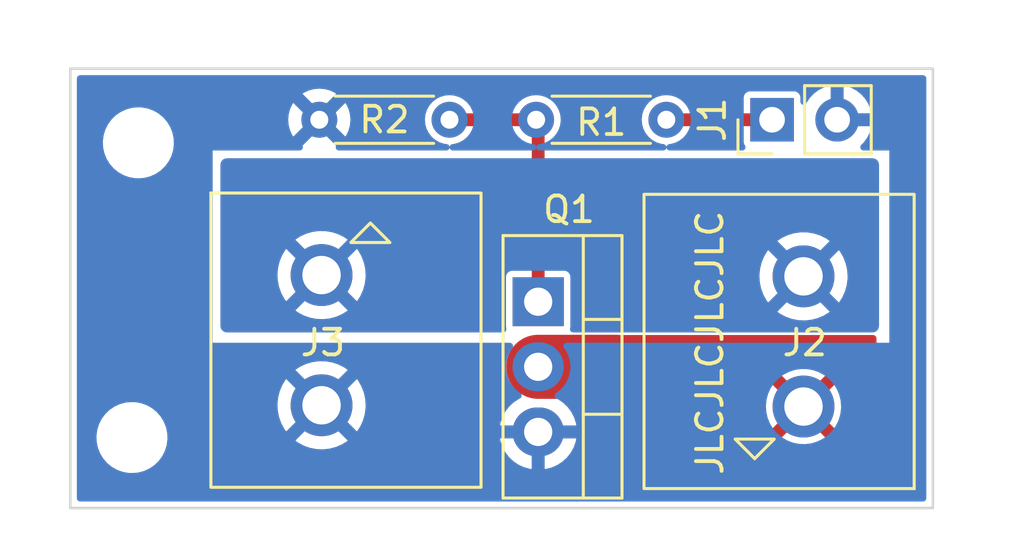
<source format=kicad_pcb>
(kicad_pcb (version 20211014) (generator pcbnew)
  (layers (0 "F.Cu" signal) (31 "B.Cu" signal) (34 "B.Paste" user) (35 "F.Paste" user) (36 "B.SilkS" user "B.Silkscreen") (37 "F.SilkS" user "F.Silkscreen") (38 "B.Mask" user) (39 "F.Mask" user) (44 "Edge.Cuts" user))
  (property "board_name" "Power MOSFET Chip")
  (property "rev" "1.0")
  (net 0 "")
  (net 1 "GND")
  (net 2 "/SIGNAL")
  (net 3 "/PWR")
  (net 4 "/LOAD-")
  (net 5 "Net-(Q1-Pad1)")
  (footprint "Connector_PinHeader_2.54mm:PinHeader_1x02_P2.54mm_Vertical" (layer "F.Cu") (at 81.225 59.6 90)
    (fp_text reference "J1" (at 0 -2.33 90) (layer "F.SilkS"))
    (fp_text value "Conn_01x02")
    (fp_line (start -1.33 -1.33) (end 0 -1.33) (layer "F.SilkS") (width 0.12))
    (fp_line (start 1.33 1.27) (end 1.33 3.87) (layer "F.SilkS") (width 0.12))
    (fp_line (start -1.33 0) (end -1.33 -1.33) (layer "F.SilkS") (width 0.12))
    (fp_line (start -1.33 1.27) (end 1.33 1.27) (layer "F.SilkS") (width 0.12))
    (fp_line (start -1.33 1.27) (end -1.33 3.87) (layer "F.SilkS") (width 0.12))
    (fp_line (start -1.33 3.87) (end 1.33 3.87) (layer "F.SilkS") (width 0.12))
    (pad "1" thru_hole rect (at 0 0 90) (size 1.7 1.7) (drill 1) (layers *.Cu *.Mask) (net 2 "/SIGNAL"))
    (pad "2" thru_hole oval (at 0 2.54 90) (size 1.7 1.7) (drill 1) (layers *.Cu *.Mask) (net 1 "GND"))
  )
  (footprint "MountingHole:MountingHole_2.1mm" (layer "F.Cu") (at 56.25 72)
    (fp_text reference "H2" hide)
    (fp_text value "MountingHole")
    (pad "" np_thru_hole circle (at 0 0) (size 2.1 2.1) (drill 2.1) (layers *.Cu *.Mask))
  )
  (footprint "Aaron_THT:AdamTech_EB147A-02-D" (layer "F.Cu") (at 63.6475 65.66)
    (fp_text reference "J3" (at 0.0525 2.64 unlocked) (layer "F.SilkS"))
    (fp_text value "Screw_Terminal_01x02")
    (fp_rect (start -4.318 -3.2004) (end 6.223 8.2804) (layer "F.SilkS") (width 0.12) (fill none))
    (fp_poly (pts (xy 2.667 -1.27) (xy 1.143 -1.27) (xy 1.905 -2.032)) (layer "F.SilkS") (width 0.12) (fill none))
    (pad "1" thru_hole circle (at 0 0) (size 2.413 2.413) (drill 1.4986) (layers *.Cu *.Mask) (net 3 "/PWR"))
    (pad "2" thru_hole circle (at 0 5.08) (size 2.413 2.413) (drill 1.4986) (layers *.Cu *.Mask) (net 1 "GND"))
  )
  (footprint "Aaron_THT:AdamTech_EB147A-02-D" (layer "F.Cu") (at 82.4525 70.79 180)
    (fp_text reference "J2" (at -0.05 2.49 unlocked) (layer "F.SilkS"))
    (fp_text value "Screw_Terminal_01x02")
    (fp_rect (start -4.318 -3.2004) (end 6.223 8.2804) (layer "F.SilkS") (width 0.12) (fill none))
    (fp_poly (pts (xy 2.667 -1.27) (xy 1.143 -1.27) (xy 1.905 -2.032)) (layer "F.SilkS") (width 0.12) (fill none))
    (pad "1" thru_hole circle (at 0 0 180) (size 2.413 2.413) (drill 1.4986) (layers *.Cu *.Mask) (net 4 "/LOAD-"))
    (pad "2" thru_hole circle (at 0 5.08 180) (size 2.413 2.413) (drill 1.4986) (layers *.Cu *.Mask) (net 3 "/PWR"))
  )
  (footprint "Resistor_THT:R_Axial_DIN0204_L3.6mm_D1.6mm_P5.08mm_Horizontal" (layer "F.Cu") (at 63.56 59.6)
    (fp_text reference "R2" (at 2.54 0) (layer "F.SilkS"))
    (fp_text value "10K")
    (fp_line (start 0.62 0.92) (end 4.46 0.92) (layer "F.SilkS") (width 0.12))
    (fp_line (start 0.62 -0.92) (end 4.46 -0.92) (layer "F.SilkS") (width 0.12))
    (pad "1" thru_hole circle (at 0 0) (size 1.4 1.4) (drill 0.7) (layers *.Cu *.Mask) (net 1 "GND"))
    (pad "2" thru_hole oval (at 5.08 0) (size 1.4 1.4) (drill 0.7) (layers *.Cu *.Mask) (net 5 "Net-(Q1-Pad1)"))
  )
  (footprint "Package_TO_SOT_THT:TO-220-3_Vertical" (layer "F.Cu") (at 72.1 66.7 -90)
    (fp_text reference "Q1" (at -3.6 -1.2 180) (layer "F.SilkS"))
    (fp_text value "IRLZ24")
    (fp_line (start -2.58 -3.27) (end 7.66 -3.27) (layer "F.SilkS") (width 0.12))
    (fp_line (start 4.391 -3.27) (end 4.391 -1.76) (layer "F.SilkS") (width 0.12))
    (fp_line (start -2.58 -3.27) (end -2.58 1.371) (layer "F.SilkS") (width 0.12))
    (fp_line (start -2.58 1.371) (end 7.66 1.371) (layer "F.SilkS") (width 0.12))
    (fp_line (start 0.69 -3.27) (end 0.69 -1.76) (layer "F.SilkS") (width 0.12))
    (fp_line (start 7.66 -3.27) (end 7.66 1.371) (layer "F.SilkS") (width 0.12))
    (fp_line (start -2.58 -1.76) (end 7.66 -1.76) (layer "F.SilkS") (width 0.12))
    (pad "1" thru_hole rect (at 0 0 270) (size 1.905 2) (drill 1.1) (layers *.Cu *.Mask) (net 5 "Net-(Q1-Pad1)"))
    (pad "2" thru_hole oval (at 2.54 0 270) (size 1.905 2) (drill 1.1) (layers *.Cu *.Mask) (net 4 "/LOAD-"))
    (pad "3" thru_hole oval (at 5.08 0 270) (size 1.905 2) (drill 1.1) (layers *.Cu *.Mask) (net 1 "GND"))
  )
  (footprint "Resistor_THT:R_Axial_DIN0204_L3.6mm_D1.6mm_P5.08mm_Horizontal" (layer "F.Cu") (at 77.1 59.6 180)
    (fp_text reference "R1" (at 2.54 -0.1 180) (layer "F.SilkS"))
    (fp_text value "100R")
    (fp_line (start 0.62 -0.92) (end 4.46 -0.92) (layer "F.SilkS") (width 0.12))
    (fp_line (start 0.62 0.92) (end 4.46 0.92) (layer "F.SilkS") (width 0.12))
    (pad "1" thru_hole circle (at 0 0 180) (size 1.4 1.4) (drill 0.7) (layers *.Cu *.Mask) (net 2 "/SIGNAL"))
    (pad "2" thru_hole oval (at 5.08 0 180) (size 1.4 1.4) (drill 0.7) (layers *.Cu *.Mask) (net 5 "Net-(Q1-Pad1)"))
  )
  (footprint "MountingHole:MountingHole_2.1mm" (layer "F.Cu") (at 56.5 60.5)
    (fp_text reference "H1" hide)
    (fp_text value "MountingHole")
    (pad "" np_thru_hole circle (at 0 0) (size 2.1 2.1) (drill 2.1) (layers *.Cu *.Mask))
  )
  (gr_rect locked (start 53.845003 57.60499) (end 87.500003 74.74999) (layer "Edge.Cuts") (width 0.1) (fill none))
  (gr_text "JLCJLCJLCJLC\n" (at 78.8 68.3 90) (layer "F.SilkS") (effects (font (size 1 1))))
  (segment (start 77.1 59.6) (end 81.3 59.6) (width 0.5) (layer "F.Cu") (net 2))
  (segment (start 72.1 69.24) (end 75.14 69.24) (width 2.5) (layer "F.Cu") (net 4))
  (segment (start 68.64 59.6) (end 72 59.6) (width 0.5) (layer "F.Cu") (net 5))
  (segment (start 72.1 66.7) (end 72.1 59.5) (width 0.5) (layer "F.Cu") (net 5))
  (zone (net 4) (net_name "/LOAD-") (layer "F.Cu") (name "LOAD_RETURN") (connect_pads (clearance 0.254)) (min_thickness 0.254) (fill yes (thermal_gap 0.508) (thermal_bridge_width 0.508))
    (polygon (pts (xy 85.3 74) (xy 74.5 74) (xy 74.5 68) (xy 85.3 68)))
  )
  (zone (net 3) (net_name "/PWR") (layer "B.Cu") (name "PWR_PLANE") (connect_pads (clearance 0.254)) (min_thickness 0.254) (fill yes (thermal_gap 0.508) (thermal_bridge_width 0.508) (smoothing fillet) (radius 0.25))
    (polygon (pts (xy 85.4 67.9) (xy 59.7 67.9) (xy 59.7 61.1) (xy 85.4 61.1)))
  )
  (zone (net 1) (net_name "GND") (layer "B.Cu") (name "GND") (connect_pads (clearance 0.254)) (min_thickness 0.254) (fill yes (thermal_gap 0.508) (thermal_bridge_width 0.508) (smoothing fillet) (radius 0.25))
    (polygon (pts (xy 87.6 74.8) (xy 53.8 74.8) (xy 53.8 57.6) (xy 87.6 57.6)))
    (polygon (pts (xy 59.4 60.8) (xy 59.4 68.3) (xy 85.8 68.3) (xy 85.8 60.8)))
  )
)
</source>
